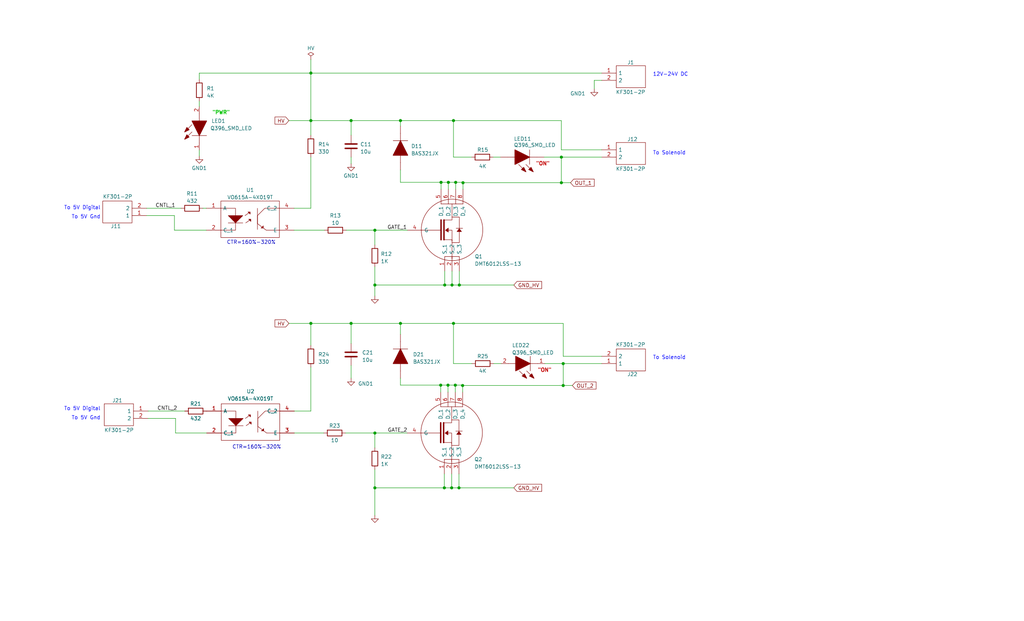
<source format=kicad_sch>
(kicad_sch (version 20230121) (generator eeschema)
  (paper "USLegal")
  (title_block (title "2-Channel Solenoid Driver") (date "2023-05-21") (rev "V1.0") (company "Ozarks"))
  (lib_symbols
    (symbol "Device:C" (pin_numbers hide) (pin_names (offset 0.254))
      (property "Reference" "C" (at 0.635 2.54 0))
      (property "Value" "C" (at 0.635 -2.54 0))
      (symbol "C_0_1"
        (polyline (pts (xy -2.032 -0.762) (xy 2.032 -0.762)) (stroke (width 0.508)))
        (polyline (pts (xy -2.032 0.762) (xy 2.032 0.762)) (stroke (width 0.508)))
      )
      (symbol "C_1_1"
        (pin passive line (at 0 3.81 270) (length 2.794) (name "~") (number "1"))
        (pin passive line (at 0 -3.81 90) (length 2.794) (name "~") (number "2"))
      )
    )
    (symbol "Device:R" (pin_numbers hide) (pin_names (offset 0))
      (property "Reference" "R" (at 2.032 0 90))
      (property "Value" "R" (at 0 0 90))
      (symbol "R_0_1"
        (rectangle (start -1.016 -2.54) (end 1.016 2.54) (stroke (width 0.254)))
      )
      (symbol "R_1_1"
        (pin passive line (at 0 3.81 270) (length 1.27) (name "~") (number "1"))
        (pin passive line (at 0 -3.81 90) (length 1.27) (name "~") (number "2"))
      )
    )
    (symbol "JOM_Discrete:BAS321JX" (pin_numbers hide) (pin_names (offset 0.762) hide)
      (property "Reference" "D" (at 11.43 5.08 0))
      (property "Value" "BAS321JX" (at 11.43 2.54 0))
      (symbol "BAS321JX_0_0"
        (pin passive line (at 0 0 0) (length 2.54) (name "~") (number "1"))
        (pin passive line (at 15.24 0 180) (length 2.54) (name "~") (number "2"))
      )
      (symbol "BAS321JX_0_1"
        (polyline (pts (xy 2.54 0) (xy 5.08 0)) (stroke (width 0.1524)))
        (polyline (pts (xy 5.08 2.54) (xy 5.08 -2.54)) (stroke (width 0.1524)))
        (polyline (pts (xy 10.16 0) (xy 12.7 0)) (stroke (width 0.1524)))
        (polyline (pts (xy 5.08 0) (xy 10.16 2.54) (xy 10.16 -2.54) (xy 5.08 0)) (stroke (width 0.254)) (fill (type outline)))
      )
    )
    (symbol "JOM_Discrete:DMT6012LSS-13" (pin_names (offset 0.762))
      (property "Reference" "Q2" (at 15.24 0.7366 0))
      (property "Value" "DMT6012LSS-13" (at 15.24 -1.8034 0))
      (symbol "DMT6012LSS-13_0_0"
        (pin passive line (at -2.54 -14.224 90) (length 5.08) (name "S_1") (number "1"))
        (pin passive line (at 0 -14.224 90) (length 5.08) (name "S_2") (number "2"))
        (pin passive line (at 2.54 -14.224 90) (length 5.08) (name "S_3") (number "3"))
        (pin passive line (at -15.494 0 0) (length 5.08) (name "G") (number "4"))
        (pin passive line (at -3.81 14.224 270) (length 5.08) (name "D_1") (number "5"))
        (pin passive line (at -1.27 14.224 270) (length 5.08) (name "D_2") (number "6"))
        (pin passive line (at 1.27 14.224 270) (length 5.08) (name "D_3") (number "7"))
        (pin passive line (at 3.81 14.224 270) (length 5.08) (name "D_4") (number "8"))
      )
      (symbol "DMT6012LSS-13_0_1"
        (polyline (pts (xy -10.414 0) (xy -3.8608 0)))
        (polyline (pts (xy -3.81 3.556) (xy -3.81 -3.302)) (stroke (width 0.5)))
        (polyline (pts (xy -3.81 9.144) (xy 3.81 9.144)))
        (polyline (pts (xy -2.794 3.556) (xy -2.794 -3.302)) (stroke (width 0.5)))
        (polyline (pts (xy -2.54 -9.144) (xy 2.54 -9.144)))
        (polyline (pts (xy 1.4224 0.6604) (xy 3.7084 0.6604)))
        (polyline (pts (xy 2.54 -0.254) (xy 2.54 -4.318) (xy 0 -4.318)))
        (polyline (pts (xy 0 -3.81) (xy 0 0) (xy -1.524 0) (xy -1.6256 -0.1524)))
        (polyline (pts (xy 0 4.572) (xy 2.54 4.572) (xy 2.54 0) (xy 2.4892 -0.1016)))
        (polyline (pts (xy -2.286 0) (xy -1.27 0.762) (xy -1.27 -0.6604) (xy -2.286 -0.0508) (xy -2.286 0)) (fill (type outline)))
        (polyline (pts (xy 2.54 0.508) (xy 3.302 -0.508) (xy 1.7272 -0.508) (xy 2.4892 0.508) (xy 2.54 0.508)) (fill (type outline)))
        (polyline (pts (xy 0 9.144) (xy 0 3.556) (xy -2.794 3.556) (xy -2.794 -3.302) (xy 0 -3.302) (xy 0 -9.906)))
        (circle (center 0 0.1016) (radius 10.6757))
      )
    )
    (symbol "JOM_Discrete:KF301-2P" (pin_names (offset 0.762))
      (property "Reference" "J" (at 16.51 7.62 0))
      (property "Value" "KF301-2P" (at 16.51 5.08 0))
      (symbol "KF301-2P_0_0"
        (pin passive line (at 0 0 0) (length 5.08) (name "1") (number "1"))
        (pin passive line (at 0 -2.54 0) (length 5.08) (name "2") (number "2"))
      )
      (symbol "KF301-2P_0_1"
        (polyline (pts (xy 5.08 2.54) (xy 15.24 2.54) (xy 15.24 -5.08) (xy 5.08 -5.08) (xy 5.08 2.54)) (stroke (width 0.1524)))
      )
    )
    (symbol "JOM_Discrete:Q396_SMD_LED" (pin_names (offset 0.762))
      (property "Reference" "LED" (at 12.7 8.89 0))
      (property "Value" "Q396_SMD_LED" (at 12.7 6.35 0))
      (symbol "Q396_SMD_LED_0_0"
        (pin passive line (at 0 0 0) (length 2.54) (name "~") (number "1"))
        (pin passive line (at 15.24 0 180) (length 2.54) (name "~") (number "2"))
      )
      (symbol "Q396_SMD_LED_0_1"
        (polyline (pts (xy 2.54 0) (xy 5.08 0)) (stroke (width 0.1524)))
        (polyline (pts (xy 5.08 2.54) (xy 5.08 -2.54)) (stroke (width 0.1524)))
        (polyline (pts (xy 6.35 2.54) (xy 3.81 5.08)) (stroke (width 0.1524)))
        (polyline (pts (xy 8.89 2.54) (xy 6.35 5.08)) (stroke (width 0.1524)))
        (polyline (pts (xy 10.16 0) (xy 12.7 0)) (stroke (width 0.1524)))
        (polyline (pts (xy 5.08 0) (xy 10.16 2.54) (xy 10.16 -2.54) (xy 5.08 0)) (stroke (width 0.254)) (fill (type outline)))
        (polyline (pts (xy 5.334 4.318) (xy 4.572 3.556) (xy 3.81 5.08) (xy 5.334 4.318)) (stroke (width 0.254)) (fill (type outline)))
        (polyline (pts (xy 7.874 4.318) (xy 7.112 3.556) (xy 6.35 5.08) (xy 7.874 4.318)) (stroke (width 0.254)) (fill (type outline)))
      )
    )
    (symbol "JOM_Discrete:VO615A" (pin_names (offset 0.762))
      (property "Reference" "U" (at 16.256 7.112 0))
      (property "Value" "VO615A" (at 16.256 4.572 0))
      (symbol "VO615A_0_0"
        (pin passive line (at 0 0 0) (length 5.08) (name "A") (number "1"))
        (pin passive line (at 0 -7.62 0) (length 5.08) (name "C_1") (number "2"))
        (pin passive line (at 30.48 -7.62 180) (length 5.08) (name "E") (number "3"))
        (pin passive line (at 30.48 0 180) (length 5.08) (name "C_2") (number "4"))
      )
      (symbol "VO615A_0_1"
        (polyline (pts (xy 7.62 -5.08) (xy 12.7 -5.08)))
        (polyline (pts (xy 17.78 0) (xy 17.78 -7.366)))
        (polyline (pts (xy 5.08 -7.62) (xy 10.16 -7.62) (xy 10.16 0) (xy 5.08 0)))
        (polyline (pts (xy 10.16 -5.08) (xy 12.7 -2.54) (xy 7.62 -2.54) (xy 10.16 -5.08)) (fill (type outline)))
        (polyline (pts (xy 19.05 -6.858) (xy 19.812 -6.858) (xy 19.812 -6.096) (xy 19.05 -6.858)) (fill (type outline)))
        (polyline (pts (xy 5.08 2.54) (xy 25.4 2.54) (xy 25.4 -10.16) (xy 5.08 -10.16) (xy 5.08 2.54)) (stroke (width 0.1524)))
        (polyline (pts (xy 13.462 -2.54) (xy 15.24 -1.27) (xy 14.478 -1.27) (xy 15.24 -2.032) (xy 15.24 -1.27)) (fill (type outline)))
        (polyline (pts (xy 13.716 -5.08) (xy 15.494 -3.81) (xy 14.732 -3.81) (xy 15.494 -4.572) (xy 15.494 -3.81)) (fill (type outline)))
        (polyline (pts (xy 25.4 0) (xy 20.32 0) (xy 17.78 -2.54) (xy 17.78 -5.334) (xy 20.828 -7.62) (xy 25.4 -7.62)))
      )
    )
    (symbol "Q396_SMD_LED_1" (pin_numbers hide) (pin_names (offset 0.762) hide)
      (property "Reference" "LED" (at 12.7 8.89 0))
      (property "Value" "Q396_SMD_LED" (at 12.7 6.35 0))
      (symbol "Q396_SMD_LED_1_0_0"
        (pin passive line (at 0 0 0) (length 2.54) (name "~") (number "1"))
        (pin passive line (at 15.24 0 180) (length 2.54) (name "~") (number "2"))
      )
      (symbol "Q396_SMD_LED_1_0_1"
        (polyline (pts (xy 2.54 0) (xy 5.08 0)) (stroke (width 0.1524)))
        (polyline (pts (xy 5.08 2.54) (xy 5.08 -2.54)) (stroke (width 0.1524)))
        (polyline (pts (xy 6.35 2.54) (xy 3.81 5.08)) (stroke (width 0.1524)))
        (polyline (pts (xy 8.89 2.54) (xy 6.35 5.08)) (stroke (width 0.1524)))
        (polyline (pts (xy 10.16 0) (xy 12.7 0)) (stroke (width 0.1524)))
        (polyline (pts (xy 5.08 0) (xy 10.16 2.54) (xy 10.16 -2.54) (xy 5.08 0)) (stroke (width 0.254)) (fill (type outline)))
        (polyline (pts (xy 5.334 4.318) (xy 4.572 3.556) (xy 3.81 5.08) (xy 5.334 4.318)) (stroke (width 0.254)) (fill (type outline)))
        (polyline (pts (xy 7.874 4.318) (xy 7.112 3.556) (xy 6.35 5.08) (xy 7.874 4.318)) (stroke (width 0.254)) (fill (type outline)))
      )
    )
    (symbol "power:GND1" (power) (pin_numbers hide) (pin_names (offset 0) hide)
      (property "Value" "GND1" (at 0 -3.81 0))
      (symbol "GND1_0_1"
        (polyline (pts (xy 0 0) (xy 0 -1.27) (xy 1.27 -1.27) (xy 0 -2.54) (xy -1.27 -1.27) (xy 0 -1.27)))
      )
      (symbol "GND1_1_1"
        (pin power_in line (at 0 0 270) (length 0) hide (name "GND1") (number "1"))
      )
    )
    (symbol "power:PWR_FLAG" (power) (pin_numbers hide) (pin_names (offset 0) hide)
      (property "Value" "PWR_FLAG" (at 0 3.81 0))
      (symbol "PWR_FLAG_0_0"
        (pin power_out line (at 0 0 90) (length 0) (name "pwr") (number "1"))
      )
      (symbol "PWR_FLAG_0_1"
        (polyline (pts (xy 0 0) (xy 0 1.27) (xy -1.016 1.905) (xy 0 2.54) (xy 1.016 1.905) (xy 0 1.27)))
      )
    )
  )
  (junction (at 155.702 63.373))
  (junction (at 130.175 150.495))
  (junction (at 153.162 63.373))
  (junction (at 194.945 63.5))
  (junction (at 153.035 133.858))
  (junction (at 159.385 169.545))
  (junction (at 107.95 25.4))
  (junction (at 130.175 169.545))
  (junction (at 160.655 133.985))
  (junction (at 158.242 63.373))
  (junction (at 130.175 99.06))
  (junction (at 139.065 41.91))
  (junction (at 195.58 126.365))
  (junction (at 160.782 63.5))
  (junction (at 154.432 99.06))
  (junction (at 107.95 41.91))
  (junction (at 156.845 169.545))
  (junction (at 195.58 133.985))
  (junction (at 130.175 80.01))
  (junction (at 156.972 99.06))
  (junction (at 121.92 112.395))
  (junction (at 107.95 112.395))
  (junction (at 158.115 133.858))
  (junction (at 154.305 169.545))
  (junction (at 139.065 112.395))
  (junction (at 157.48 112.395))
  (junction (at 194.945 54.61))
  (junction (at 157.48 41.91))
  (junction (at 121.92 41.91))
  (junction (at 159.512 99.06))
  (junction (at 155.575 133.858))
  (wire (pts (xy 160.655 133.985) (xy 160.655 136.271)))
  (wire (pts (xy 60.96 150.495) (xy 71.755 150.495)))
  (wire (pts (xy 158.242 63.373) (xy 155.702 63.373)))
  (wire (pts (xy 153.162 63.373) (xy 153.162 65.786)))
  (wire (pts (xy 206.375 27.94) (xy 206.375 30.861)))
  (wire (pts (xy 121.92 112.395) (xy 121.92 119.38)))
  (wire (pts (xy 51.435 142.875) (xy 64.135 142.875)))
  (wire (pts (xy 158.115 133.858) (xy 160.655 133.858)))
  (wire (pts (xy 130.175 92.71) (xy 130.175 99.06)))
  (wire (pts (xy 173.736 54.61) (xy 171.323 54.61)))
  (wire (pts (xy 154.305 164.719) (xy 154.305 169.545)))
  (wire (pts (xy 130.175 169.545) (xy 130.175 179.07)))
  (wire (pts (xy 69.215 35.179) (xy 69.215 36.957)))
  (wire (pts (xy 156.972 99.06) (xy 159.512 99.06)))
  (wire (pts (xy 195.58 126.365) (xy 208.915 126.365)))
  (wire (pts (xy 130.175 169.545) (xy 154.305 169.545)))
  (wire (pts (xy 156.972 94.234) (xy 156.972 99.06)))
  (wire (pts (xy 60.579 80.01) (xy 60.579 74.93)))
  (wire (pts (xy 100.33 112.395) (xy 107.95 112.395)))
  (wire (pts (xy 60.96 150.495) (xy 60.96 145.415)))
  (wire (pts (xy 107.95 41.91) (xy 107.95 46.99)))
  (wire (pts (xy 195.58 126.365) (xy 195.58 133.985)))
  (wire (pts (xy 69.215 25.4) (xy 107.95 25.4)))
  (wire (pts (xy 157.48 41.91) (xy 194.945 41.91)))
  (wire (pts (xy 70.485 72.39) (xy 71.628 72.39)))
  (wire (pts (xy 158.242 63.373) (xy 158.242 65.786)))
  (wire (pts (xy 159.512 94.234) (xy 159.512 99.06)))
  (wire (pts (xy 130.175 80.01) (xy 141.478 80.01)))
  (wire (pts (xy 107.95 112.395) (xy 121.92 112.395)))
  (wire (pts (xy 194.945 41.91) (xy 194.945 52.07)))
  (wire (pts (xy 107.95 54.61) (xy 107.95 72.39)))
  (wire (pts (xy 121.92 41.91) (xy 139.065 41.91)))
  (wire (pts (xy 160.655 133.985) (xy 195.58 133.985)))
  (wire (pts (xy 107.95 127.635) (xy 107.95 142.875)))
  (wire (pts (xy 107.95 20.701) (xy 107.95 25.4)))
  (wire (pts (xy 139.065 41.91) (xy 139.065 43.815)))
  (wire (pts (xy 194.945 52.07) (xy 208.915 52.07)))
  (wire (pts (xy 188.976 54.61) (xy 194.945 54.61)))
  (wire (pts (xy 130.175 150.495) (xy 141.351 150.495)))
  (wire (pts (xy 208.915 27.94) (xy 206.375 27.94)))
  (wire (pts (xy 157.48 126.365) (xy 163.83 126.365)))
  (wire (pts (xy 139.065 63.373) (xy 139.065 59.055)))
  (wire (pts (xy 171.45 126.365) (xy 173.99 126.365)))
  (wire (pts (xy 156.845 164.719) (xy 156.845 169.545)))
  (wire (pts (xy 154.432 99.06) (xy 156.972 99.06)))
  (wire (pts (xy 158.115 133.858) (xy 158.115 136.271)))
  (wire (pts (xy 153.035 133.858) (xy 153.035 136.271)))
  (wire (pts (xy 163.703 54.61) (xy 157.48 54.61)))
  (wire (pts (xy 160.782 63.5) (xy 194.945 63.5)))
  (wire (pts (xy 158.242 63.373) (xy 160.782 63.373)))
  (wire (pts (xy 60.579 74.93) (xy 50.927 74.93)))
  (wire (pts (xy 153.162 63.373) (xy 155.702 63.373)))
  (wire (pts (xy 139.065 63.373) (xy 153.162 63.373)))
  (wire (pts (xy 107.95 41.91) (xy 121.92 41.91)))
  (wire (pts (xy 100.33 41.91) (xy 107.95 41.91)))
  (wire (pts (xy 102.108 80.01) (xy 112.649 80.01)))
  (wire (pts (xy 189.23 126.365) (xy 195.58 126.365)))
  (wire (pts (xy 195.58 123.825) (xy 195.58 112.395)))
  (wire (pts (xy 155.575 133.858) (xy 153.035 133.858)))
  (wire (pts (xy 194.945 54.61) (xy 194.945 63.5)))
  (wire (pts (xy 60.579 80.01) (xy 71.628 80.01)))
  (wire (pts (xy 159.512 99.06) (xy 178.435 99.06)))
  (wire (pts (xy 107.95 142.875) (xy 102.235 142.875)))
  (wire (pts (xy 107.95 72.39) (xy 102.108 72.39)))
  (wire (pts (xy 139.065 131.445) (xy 139.065 133.858)))
  (wire (pts (xy 121.92 127) (xy 121.92 131.445)))
  (wire (pts (xy 120.015 150.495) (xy 130.175 150.495)))
  (wire (pts (xy 69.215 52.197) (xy 69.215 54.229)))
  (wire (pts (xy 120.269 80.01) (xy 130.175 80.01)))
  (wire (pts (xy 194.945 63.5) (xy 198.12 63.5)))
  (wire (pts (xy 69.215 25.4) (xy 69.215 27.559)))
  (wire (pts (xy 157.48 112.395) (xy 157.48 126.365)))
  (wire (pts (xy 121.92 41.91) (xy 121.92 46.99)))
  (wire (pts (xy 130.175 150.495) (xy 130.175 155.575)))
  (wire (pts (xy 160.782 63.5) (xy 160.782 65.786)))
  (wire (pts (xy 155.702 63.373) (xy 155.702 65.786)))
  (wire (pts (xy 159.385 164.719) (xy 159.385 169.545)))
  (wire (pts (xy 195.58 123.825) (xy 208.915 123.825)))
  (wire (pts (xy 139.065 112.395) (xy 139.065 116.205)))
  (wire (pts (xy 50.927 72.39) (xy 62.865 72.39)))
  (wire (pts (xy 107.95 25.4) (xy 208.915 25.4)))
  (wire (pts (xy 154.305 169.545) (xy 156.845 169.545)))
  (wire (pts (xy 121.92 54.61) (xy 121.92 56.896)))
  (wire (pts (xy 121.92 112.395) (xy 139.065 112.395)))
  (wire (pts (xy 156.845 169.545) (xy 159.385 169.545)))
  (wire (pts (xy 157.48 54.61) (xy 157.48 41.91)))
  (wire (pts (xy 155.575 133.858) (xy 155.575 136.271)))
  (wire (pts (xy 130.175 99.06) (xy 154.432 99.06)))
  (wire (pts (xy 107.95 112.395) (xy 107.95 120.015)))
  (wire (pts (xy 130.175 163.195) (xy 130.175 169.545)))
  (wire (pts (xy 195.58 133.985) (xy 198.755 133.985)))
  (wire (pts (xy 139.065 41.91) (xy 157.48 41.91)))
  (wire (pts (xy 155.575 133.858) (xy 158.115 133.858)))
  (wire (pts (xy 60.96 145.415) (xy 51.435 145.415)))
  (wire (pts (xy 194.945 54.61) (xy 208.915 54.61)))
  (wire (pts (xy 159.385 169.545) (xy 178.435 169.545)))
  (wire (pts (xy 139.065 112.395) (xy 157.48 112.395)))
  (wire (pts (xy 130.175 99.06) (xy 130.175 102.87)))
  (wire (pts (xy 157.48 112.395) (xy 195.58 112.395)))
  (wire (pts (xy 154.432 94.234) (xy 154.432 99.06)))
  (wire (pts (xy 139.065 133.858) (xy 153.035 133.858)))
  (wire (pts (xy 160.655 133.985) (xy 160.655 133.858)))
  (wire (pts (xy 130.175 80.01) (xy 130.175 85.09)))
  (wire (pts (xy 107.95 25.4) (xy 107.95 41.91)))
  (wire (pts (xy 102.235 150.495) (xy 112.395 150.495)))
  (wire (pts (xy 160.782 63.5) (xy 160.782 63.373)))
  (text "\"ON\"" (at 186.055 57.785 0) (effects (font (size 1.27 1.27) (thickness 0.254) bold) (justify left bottom)))
  (text "CTR=160%-320%" (at 80.645 156.21 0) (effects (font (size 1.27 1.27)) (justify left bottom)))
  (text "To Solenoid" (at 226.695 125.095 0) (effects (font (size 1.27 1.27)) (justify left bottom)))
  (text "To 5V Gnd" (at 34.925 76.2 0) (effects (font (size 1.27 1.27)) (justify right bottom)))
  (text "To Solenoid" (at 226.695 53.975 0) (effects (font (size 1.27 1.27)) (justify left bottom)))
  (text "To 5V Digital" (at 34.925 73.025 0) (effects (font (size 1.27 1.27)) (justify right bottom)))
  (text "To 5V Gnd" (at 34.925 146.05 0) (effects (font (size 1.27 1.27)) (justify right bottom)))
  (text "12V-24V DC" (at 226.695 26.67 0) (effects (font (size 1.27 1.27)) (justify left bottom)))
  (text "\"ON\"" (at 186.69 129.54 0) (effects (font (size 1.27 1.27) (thickness 0.254) bold) (justify left bottom)))
  (text "CTR=160%-320%" (at 78.74 85.09 0) (effects (font (size 1.27 1.27)) (justify left bottom)))
  (text "To 5V Digital" (at 34.925 142.875 0) (effects (font (size 1.27 1.27)) (justify right bottom)))
  (text "\"PWR\"" (at 73.66 40.005 0) (effects (font (size 1.27 1.27) (thickness 0.254) bold) (justify left bottom)))
  (label "GATE_1" (at 134.493 80.01 0))
  (label "CNTL_2" (at 54.61 142.875 0))
  (label "CNTL_1" (at 53.975 72.39 0))
  (label "GATE_2" (at 134.62 150.495 0))
  (global_label "OUT_2" (shape input) (at 198.755 133.985 0) (property "Intersheetrefs" "${INTERSHEET_REFS}" (effects hide)))
  (global_label "HV" (shape input) (at 100.33 41.91 180) (property "Intersheetrefs" "${INTERSHEET_REFS}" (effects hide)))
  (global_label "HV" (shape input) (at 100.33 112.395 180) (property "Intersheetrefs" "${INTERSHEET_REFS}" (effects hide)))
  (global_label "OUT_1" (shape input) (at 198.12 63.5 0) (property "Intersheetrefs" "${INTERSHEET_REFS}" (effects hide)))
  (global_label "GND_HV" (shape input) (at 178.435 169.545 0) (property "Intersheetrefs" "${INTERSHEET_REFS}" (effects hide)))
  (global_label "GND_HV" (shape input) (at 178.435 99.06 0) (property "Intersheetrefs" "${INTERSHEET_REFS}" (effects hide)))
  (symbol (lib_id "power:PWR_FLAG") (at 107.95 20.701 0) (unit 1)
    (property "Reference" "#FLG01" (effects hide))
    (property "Value" "HV" (at 107.95 16.764 0))
  )
  (symbol (lib_id "Device:R") (at 107.95 123.825 0) (unit 1)
    (property "Reference" "R24" (at 110.49 123.19 0) (effects (justify left)))
    (property "Value" "330" (at 110.49 125.73 0) (effects (justify left)))
    (property "Footprint" "Resistor_SMD:R_0603_1608Metric_Pad0.98x0.95mm_HandSolder" (effects hide))
  )
  (symbol (lib_id "JOM_Discrete:KF301-2P") (at 208.915 25.4 0) (unit 1)
    (property "Reference" "J1" (at 217.805 21.717 0) (effects (justify left)))
    (property "Value" "KF301-2P" (at 213.868 32.004 0) (effects (justify left)))
    (property "Footprint" "JOM_Discrete:KF3012P" (effects hide))
    (property "Datasheet" "http://www.handsontec.com/dataspecs/terminal%20block-5mm.pdf" (effects hide))
    (property "Description" "Terminal Block 5mm Pitch 2 poles" (effects hide))
    (property "Height" "10" (effects hide))
    (property "Manufacturer_Name" "Handson Technology" (effects hide))
    (property "Manufacturer_Part_Number" "KF301-2P" (effects hide))
  )
  (symbol (lib_id "power:GND1") (at 121.92 56.896 0) (unit 1)
    (property "Reference" "#PWR03" (effects hide))
    (property "Value" "GND_HV" (at 121.92 61.087 0))
  )
  (symbol (lib_id "Device:R") (at 66.675 72.39 270) (unit 1)
    (property "Reference" "R11" (at 66.675 67.31 90))
    (property "Value" "432" (at 66.675 69.85 90))
    (property "Footprint" "Resistor_SMD:R_0603_1608Metric_Pad0.98x0.95mm_HandSolder" (effects hide))
  )
  (symbol (lib_id "power:GND1") (at 69.215 54.229 0) (unit 1)
    (property "Reference" "#PWR06" (effects hide))
    (property "Value" "GND_HV" (at 69.215 58.42 0))
  )
  (symbol (lib_id "JOM_Discrete:Q396_SMD_LED") (at 69.215 52.197 90) (unit 1)
    (property "Reference" "LED1" (at 73.406 42.037 90) (effects (justify right)))
    (property "Value" "Q396_SMD_LED" (at 73.025 44.577 90) (effects (justify right)))
    (property "Footprint" "JOM_Discrete:LEDC1608X80N" (effects hide))
    (property "Datasheet" "https://www.osram.com/media/resource/hires/osram-dam-5178075/LY+Q396_EN.pdf" (effects hide))
    (property "Description" "Discrete 2V 2-SMD, Flat Lead" (effects hide))
    (property "Height" "0.4" (effects hide))
    (property "Manufacturer_Name" "AMS OSRAM GROUP" (effects hide))
    (property "Manufacturer_Part_Number" "Q396-P1Q2-36" (effects hide))
    (property "Mouser Part Number" "720-LYQ396P1Q236" (effects hide))
    (property "Mouser Price/Stock" "https://www.mouser.co.uk/ProductDetail/ams-OSRAM/LY-Q396-P1Q2-36?qs=znB0%2F8lYn%252BufPazslz%2FXyQ%3D%3D" (effects hide))
  )
  (symbol (lib_id "JOM_Discrete:Q396_SMD_LED") (at 189.23 126.365 180) (unit 1)
    (property "Reference" "LED22" (at 177.8 120.015 0) (effects (justify right)))
    (property "Value" "Q396_SMD_LED" (at 177.8 122.555 0) (effects (justify right)))
    (property "Footprint" "JOM_Discrete:LEDC1608X80N" (effects hide))
    (property "Datasheet" "https://www.osram.com/media/resource/hires/osram-dam-5178075/LY+Q396_EN.pdf" (effects hide))
    (property "Description" "Discrete 2V 2-SMD, Flat Lead" (effects hide))
    (property "Height" "0.4" (effects hide))
    (property "Manufacturer_Name" "AMS OSRAM GROUP" (effects hide))
    (property "Manufacturer_Part_Number" "Q396-P1Q2-36" (effects hide))
    (property "Mouser Part Number" "720-LYQ396P1Q236" (effects hide))
    (property "Mouser Price/Stock" "https://www.mouser.co.uk/ProductDetail/ams-OSRAM/LY-Q396-P1Q2-36?qs=znB0%2F8lYn%252BufPazslz%2FXyQ%3D%3D" (effects hide))
  )
  (symbol (lib_id "Device:R") (at 67.945 142.875 270) (unit 1)
    (property "Reference" "R21" (at 67.945 140.335 90))
    (property "Value" "432" (at 67.945 145.415 90))
    (property "Footprint" "Resistor_SMD:R_0603_1608Metric_Pad0.98x0.95mm_HandSolder" (effects hide))
  )
  (symbol (lib_id "Device:R") (at 107.95 50.8 0) (unit 1)
    (property "Reference" "R14" (at 110.49 50.165 0) (effects (justify left)))
    (property "Value" "330" (at 110.49 52.705 0) (effects (justify left)))
    (property "Footprint" "Resistor_SMD:R_0603_1608Metric_Pad0.98x0.95mm_HandSolder" (effects hide))
  )
  (symbol (lib_id "JOM_Discrete:VO615A") (at 71.755 142.875 0) (unit 1)
    (property "Reference" "U2" (at 86.995 136.017 0))
    (property "Value" "VO615A-4X019T" (at 86.995 138.557 0))
    (property "Footprint" "JOM_Chip:SMD-4-OPT9_VO615A_VIS-M" (effects hide))
    (property "Datasheet" "https://www.vishay.com/docs/81753/vo615a.pdf" (effects hide))
    (property "Description" "Transistor Output Optocouplers Optocoupler DIP4" (effects hide))
    (property "Height" "4.8" (effects hide))
    (property "Manufacturer_Name" "Vishay" (effects hide))
    (property "Manufacturer_Part_Number" "VO615A" (effects hide))
    (property "Mouser Part Number" "78-VO615A" (effects hide))
    (property "Mouser Price/Stock" "https://www.mouser.co.uk/ProductDetail/Vishay-Semiconductors/VO615A?qs=OZzrG8p9eNgv1rZVDDXvhQ%3D%3D" (effects hide))
    (property "Arrow Part Number" "VO615A" (effects hide))
    (property "Arrow Price/Stock" "https://www.arrow.com/en/products/vo615a/vishay?region=nac" (effects hide))
  )
  (symbol (lib_id "Device:R") (at 116.459 80.01 270) (unit 1)
    (property "Reference" "R13" (at 116.459 74.93 90))
    (property "Value" "10" (at 116.459 77.47 90))
    (property "Footprint" "Resistor_SMD:R_0603_1608Metric_Pad0.98x0.95mm_HandSolder" (effects hide))
  )
  (symbol (lib_id "JOM_Discrete:BAS321JX") (at 139.065 43.815 270) (unit 1)
    (property "Reference" "D11" (at 142.748 50.8 90) (effects (justify left)))
    (property "Value" "BAS321JX" (at 142.748 53.34 90) (effects (justify left)))
    (property "Footprint" "JOM_Discrete:SODFL2512X80N" (effects hide))
    (property "Datasheet" "https://assets.nexperia.com/documents/data-sheet/BAS321J.pdf" (effects hide))
    (property "Description" "Diodes - General Purpose, Power, Switching BAS321J SOD2" (effects hide))
    (property "Height" "0.8" (effects hide))
    (property "Manufacturer_Name" "Nexperia" (effects hide))
    (property "Manufacturer_Part_Number" "BAS321JX" (effects hide))
    (property "Mouser Part Number" "771-BAS321JX" (effects hide))
    (property "Mouser Price/Stock" "https://www.mouser.co.uk/ProductDetail/Nexperia/BAS321JX?qs=MLItCLRbWszyWBlJ4jwh%2Fw%3D%3D" (effects hide))
    (property "Arrow Part Number" "BAS321JX" (effects hide))
    (property "Arrow Price/Stock" "https://www.arrow.com/en/products/bas321jx/nexperia?region=nac" (effects hide))
  )
  (symbol (lib_id "power:GND1") (at 130.175 179.07 0) (unit 1)
    (property "Reference" "#PWR05" (effects hide))
    (property "Value" "GND_HV" (effects hide))
  )
  (symbol (lib_id "Device:R") (at 69.215 31.369 0) (unit 1)
    (property "Reference" "R1" (at 71.755 30.734 0) (effects (justify left)))
    (property "Value" "4K" (at 71.755 33.274 0) (effects (justify left)))
    (property "Footprint" "Resistor_SMD:R_0603_1608Metric_Pad0.98x0.95mm_HandSolder" (effects hide))
  )
  (symbol (lib_id "Device:R") (at 116.205 150.495 270) (unit 1)
    (property "Reference" "R23" (at 116.205 147.955 90))
    (property "Value" "10" (at 116.205 153.035 90))
    (property "Footprint" "Resistor_SMD:R_0603_1608Metric_Pad0.98x0.95mm_HandSolder" (effects hide))
  )
  (symbol (lib_id "Device:R") (at 167.513 54.61 90) (unit 1)
    (property "Reference" "R15" (at 167.64 52.07 90))
    (property "Value" "4K" (at 167.64 57.785 90))
    (property "Footprint" "Resistor_SMD:R_0603_1608Metric_Pad0.98x0.95mm_HandSolder" (effects hide))
  )
  (symbol (lib_id "JOM_Discrete:KF301-2P") (at 208.915 52.07 0) (unit 1)
    (property "Reference" "J12" (at 217.805 48.387 0) (effects (justify left)))
    (property "Value" "KF301-2P" (at 213.868 58.674 0) (effects (justify left)))
    (property "Footprint" "JOM_Discrete:KF3012P" (effects hide))
    (property "Datasheet" "http://www.handsontec.com/dataspecs/terminal%20block-5mm.pdf" (effects hide))
    (property "Description" "Terminal Block 5mm Pitch 2 poles" (effects hide))
    (property "Height" "10" (effects hide))
    (property "Manufacturer_Name" "Handson Technology" (effects hide))
    (property "Manufacturer_Part_Number" "KF301-2P" (effects hide))
  )
  (symbol (lib_id "JOM_Discrete:VO615A") (at 71.628 72.39 0) (unit 1)
    (property "Reference" "U1" (at 86.868 66.04 0))
    (property "Value" "VO615A-4X019T" (at 86.868 68.58 0))
    (property "Footprint" "JOM_Chip:SMD-4-OPT9_VO615A_VIS-M" (effects hide))
    (property "Datasheet" "https://www.vishay.com/docs/81753/vo615a.pdf" (effects hide))
    (property "Description" "Transistor Output Optocouplers Optocoupler DIP4" (effects hide))
    (property "Height" "4.8" (effects hide))
    (property "Manufacturer_Name" "Vishay" (effects hide))
    (property "Manufacturer_Part_Number" "VO615A" (effects hide))
    (property "Mouser Part Number" "78-VO615A" (effects hide))
    (property "Mouser Price/Stock" "https://www.mouser.co.uk/ProductDetail/Vishay-Semiconductors/VO615A?qs=OZzrG8p9eNgv1rZVDDXvhQ%3D%3D" (effects hide))
    (property "Arrow Part Number" "VO615A" (effects hide))
    (property "Arrow Price/Stock" "https://www.arrow.com/en/products/vo615a/vishay?region=nac" (effects hide))
  )
  (symbol (lib_id "JOM_Discrete:DMT6012LSS-13") (at 156.972 80.01 0) (unit 1)
    (property "Reference" "Q1" (at 164.846 89.154 0) (effects (justify left)))
    (property "Value" "DMT6012LSS-13" (at 164.846 91.694 0) (effects (justify left)))
    (property "Footprint" "JOM_Chip:SOIC127P600X150-8N" (effects hide))
    (property "Datasheet" "https://www.diodes.com/assets/Datasheets/DMT6012LSS.pdf" (effects hide))
    (property "Description" "60V N-CHANNEL ENHANCEMENT MODE MOSFET, SO-8" (effects hide))
    (property "Height" "1.5" (effects hide))
    (property "Manufacturer_Name" "Diodes Inc." (effects hide))
    (property "Manufacturer_Part_Number" "DMT6012LSS-13" (effects hide))
    (property "Mouser Part Number" "621-DMT6012LSS-13" (effects hide))
    (property "Mouser Price/Stock" "https://www.mouser.co.uk/ProductDetail/Diodes-Incorporated/DMT6012LSS-13?qs=y6ZabgHbY%252BxqRaYJX0N1nQ%3D%3D" (effects hide))
    (property "Arrow Part Number" "DMT6012LSS-13" (effects hide))
    (property "Arrow Price/Stock" "https://www.arrow.com/en/products/dmt6012lss-13/diodes-incorporated" (effects hide))
  )
  (symbol (lib_id "JOM_Discrete:KF301-2P") (at 51.435 142.875 0) (mirror y) (unit 1)
    (property "Reference" "J21" (at 42.545 139.192 0) (effects (justify left)))
    (property "Value" "KF301-2P" (at 46.482 149.479 0) (effects (justify left)))
    (property "Footprint" "JOM_Discrete:KF3012P" (effects hide))
    (property "Datasheet" "http://www.handsontec.com/dataspecs/terminal%20block-5mm.pdf" (effects hide))
    (property "Description" "Terminal Block 5mm Pitch 2 poles" (effects hide))
    (property "Height" "10" (effects hide))
    (property "Manufacturer_Name" "Handson Technology" (effects hide))
    (property "Manufacturer_Part_Number" "KF301-2P" (effects hide))
  )
  (symbol (lib_id "JOM_Discrete:BAS321JX") (at 139.065 116.205 270) (unit 1)
    (property "Reference" "D21" (at 143.383 123.19 90) (effects (justify left)))
    (property "Value" "BAS321JX" (at 143.383 125.73 90) (effects (justify left)))
    (property "Footprint" "JOM_Discrete:SODFL2512X80N" (effects hide))
    (property "Datasheet" "https://assets.nexperia.com/documents/data-sheet/BAS321J.pdf" (effects hide))
    (property "Description" "Diodes - General Purpose, Power, Switching BAS321J SOD2" (effects hide))
    (property "Height" "0.8" (effects hide))
    (property "Manufacturer_Name" "Nexperia" (effects hide))
    (property "Manufacturer_Part_Number" "BAS321JX" (effects hide))
    (property "Mouser Part Number" "771-BAS321JX" (effects hide))
    (property "Mouser Price/Stock" "https://www.mouser.co.uk/ProductDetail/Nexperia/BAS321JX?qs=MLItCLRbWszyWBlJ4jwh%2Fw%3D%3D" (effects hide))
    (property "Arrow Part Number" "BAS321JX" (effects hide))
    (property "Arrow Price/Stock" "https://www.arrow.com/en/products/bas321jx/nexperia?region=nac" (effects hide))
  )
  (symbol (lib_id "Device:R") (at 130.175 88.9 0) (unit 1)
    (property "Reference" "R12" (at 132.207 88.265 0) (effects (justify left)))
    (property "Value" "1K" (at 132.207 90.805 0) (effects (justify left)))
    (property "Footprint" "Resistor_SMD:R_0603_1608Metric_Pad0.98x0.95mm_HandSolder" (effects hide))
  )
  (symbol (lib_id "power:GND1") (at 206.375 30.861 0) (unit 1)
    (property "Reference" "#PWR01" (effects hide))
    (property "Value" "GND_HV" (at 200.66 32.512 0))
  )
  (symbol (lib_id "Device:C") (at 121.92 50.8 0) (unit 1)
    (property "Reference" "C11" (at 125.095 50.165 0) (effects (justify left)))
    (property "Value" "10u" (at 125.095 52.705 0) (effects (justify left)))
    (property "Footprint" "Capacitor_SMD:C_1206_3216Metric_Pad1.33x1.80mm_HandSolder" (effects hide))
  )
  (symbol (lib_id "power:GND1") (at 130.175 102.87 0) (unit 1)
    (property "Reference" "#PWR02" (effects hide))
    (property "Value" "GND_HV" (effects hide))
  )
  (symbol (lib_id "Device:C") (at 121.92 123.19 0) (unit 1)
    (property "Reference" "C21" (at 125.73 122.555 0) (effects (justify left)))
    (property "Value" "10u" (at 125.73 125.095 0) (effects (justify left)))
    (property "Footprint" "Capacitor_SMD:C_1206_3216Metric_Pad1.33x1.80mm_HandSolder" (effects hide))
  )
  (symbol (lib_id "Device:R") (at 167.64 126.365 90) (unit 1)
    (property "Reference" "R25" (at 167.64 123.825 90))
    (property "Value" "4K" (at 167.64 128.905 90))
    (property "Footprint" "Resistor_SMD:R_0603_1608Metric_Pad0.98x0.95mm_HandSolder" (effects hide))
  )
  (symbol (lib_id "JOM_Discrete:KF301-2P") (at 208.915 126.365 0) (mirror x) (unit 1)
    (property "Reference" "J22" (at 217.805 130.048 0) (effects (justify left)))
    (property "Value" "KF301-2P" (at 213.868 119.761 0) (effects (justify left)))
    (property "Footprint" "JOM_Discrete:KF3012P" (effects hide))
    (property "Datasheet" "http://www.handsontec.com/dataspecs/terminal%20block-5mm.pdf" (effects hide))
    (property "Description" "Terminal Block 5mm Pitch 2 poles" (effects hide))
    (property "Height" "10" (effects hide))
    (property "Manufacturer_Name" "Handson Technology" (effects hide))
    (property "Manufacturer_Part_Number" "KF301-2P" (effects hide))
  )
  (symbol (lib_id "power:GND1") (at 121.92 131.445 0) (unit 1)
    (property "Reference" "#PWR04" (effects hide))
    (property "Value" "GND_HV" (at 127 133.35 0))
  )
  (symbol (lib_name "Q396_SMD_LED_1") (lib_id "JOM_Discrete:Q396_SMD_LED") (at 188.976 54.61 180) (unit 1)
    (property "Reference" "LED11" (at 178.435 48.26 0) (effects (justify right)))
    (property "Value" "Q396_SMD_LED" (at 178.435 50.419 0) (effects (justify right)))
    (property "Footprint" "JOM_Discrete:LEDC1608X80N" (effects hide))
    (property "Datasheet" "https://www.osram.com/media/resource/hires/osram-dam-5178075/LY+Q396_EN.pdf" (effects hide))
    (property "Description" "Discrete 2V 2-SMD, Flat Lead" (effects hide))
    (property "Height" "0.4" (effects hide))
    (property "Manufacturer_Name" "AMS OSRAM GROUP" (effects hide))
    (property "Manufacturer_Part_Number" "Q396-P1Q2-36" (effects hide))
    (property "Mouser Part Number" "720-LYQ396P1Q236" (effects hide))
    (property "Mouser Price/Stock" "https://www.mouser.co.uk/ProductDetail/ams-OSRAM/LY-Q396-P1Q2-36?qs=znB0%2F8lYn%252BufPazslz%2FXyQ%3D%3D" (effects hide))
  )
  (symbol (lib_id "JOM_Discrete:DMT6012LSS-13") (at 156.845 150.495 0) (unit 1)
    (property "Reference" "Q2" (at 164.719 159.639 0) (effects (justify left)))
    (property "Value" "DMT6012LSS-13" (at 164.719 162.179 0) (effects (justify left)))
    (property "Footprint" "JOM_Chip:SOIC127P600X150-8N" (effects hide))
    (property "Datasheet" "https://www.diodes.com/assets/Datasheets/DMT6012LSS.pdf" (effects hide))
    (property "Description" "60V N-CHANNEL ENHANCEMENT MODE MOSFET, SO-8" (effects hide))
    (property "Height" "1.5" (effects hide))
    (property "Manufacturer_Name" "Diodes Inc." (effects hide))
    (property "Manufacturer_Part_Number" "DMT6012LSS-13" (effects hide))
    (property "Mouser Part Number" "621-DMT6012LSS-13" (effects hide))
    (property "Mouser Price/Stock" "https://www.mouser.co.uk/ProductDetail/Diodes-Incorporated/DMT6012LSS-13?qs=y6ZabgHbY%252BxqRaYJX0N1nQ%3D%3D" (effects hide))
    (property "Arrow Part Number" "DMT6012LSS-13" (effects hide))
    (property "Arrow Price/Stock" "https://www.arrow.com/en/products/dmt6012lss-13/diodes-incorporated" (effects hide))
  )
  (symbol (lib_id "JOM_Discrete:KF301-2P") (at 50.927 74.93 180) (unit 1)
    (property "Reference" "J11" (at 42.037 78.613 0) (effects (justify left)))
    (property "Value" "KF301-2P" (at 45.974 68.326 0) (effects (justify left)))
    (property "Footprint" "JOM_Discrete:KF3012P" (effects hide))
    (property "Datasheet" "http://www.handsontec.com/dataspecs/terminal%20block-5mm.pdf" (effects hide))
    (property "Description" "Terminal Block 5mm Pitch 2 poles" (effects hide))
    (property "Height" "10" (effects hide))
    (property "Manufacturer_Name" "Handson Technology" (effects hide))
    (property "Manufacturer_Part_Number" "KF301-2P" (effects hide))
  )
  (symbol (lib_id "Device:R") (at 130.175 159.385 0) (unit 1)
    (property "Reference" "R22" (at 132.207 158.75 0) (effects (justify left)))
    (property "Value" "1K" (at 132.207 161.29 0) (effects (justify left)))
    (property "Footprint" "Resistor_SMD:R_0603_1608Metric_Pad0.98x0.95mm_HandSolder" (effects hide))
  )
)
</source>
